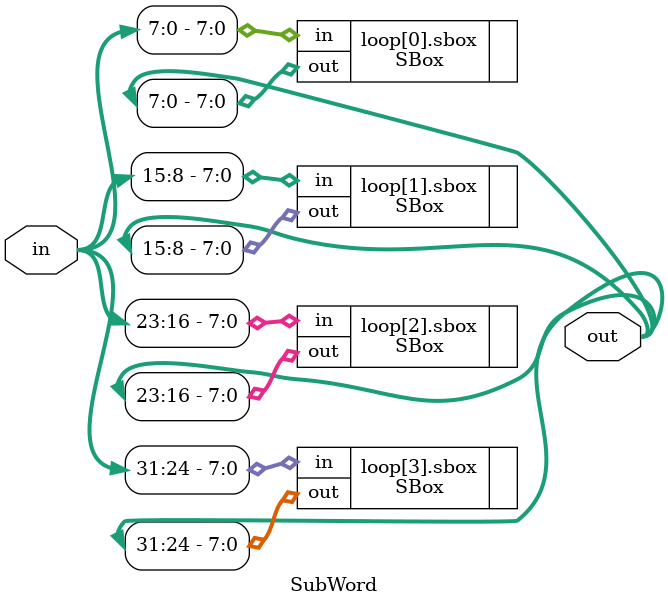
<source format=sv>
`timescale 1ns / 1ps

module SubWord (
	input  logic [31:0] in ,
	output logic [31:0] out
);
	for (genvar i = 0; i < 4; i++) begin : loop
		SBox sbox(
			.in(in[i * 8 +: 8]),
			.out(out[i * 8 +: 8])
		);
	end
endmodule

</source>
